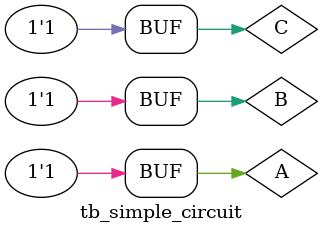
<source format=v>
module tb_simple_circuit;
reg A,B,C;
simple_circuit M1(A,B,C,Y);
initial
begin
A=1'b0 ; B=1'b0 ; C=1'b0;
#20
A=1'b0 ; B=1'b0 ; C=1'b1;
#20
A=1'b0 ; B=1'b1 ; C=1'b0;
#20
A=1'b0 ; B=1'b1 ; C=1'b1;
#20
A=1'b1 ; B=1'b0 ; C=1'b0;
#20
A=1'b1 ; B=1'b0 ; C=1'b1;
#20
A=1'b1 ; B=1'b1 ; C=1'b0;
#20
A=1'b1 ; B=1'b1 ; C=1'b1;
end

initial
begin
$monitor($time, "A=%b, B=%b, C=%b,Y=%b", A,B,C,Y);
end
initial
begin
$dumpfile ("circuit1.vcd");
$dumpvars (0, tb_simple_circuit);
end
endmodule

</source>
